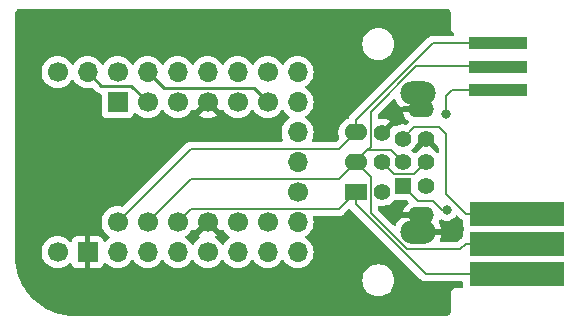
<source format=gbl>
G04 #@! TF.GenerationSoftware,KiCad,Pcbnew,7.0.2*
G04 #@! TF.CreationDate,2024-01-20T07:38:39+00:00*
G04 #@! TF.ProjectId,game-boy-zero-link-board,67616d65-2d62-46f7-992d-7a65726f2d6c,rev?*
G04 #@! TF.SameCoordinates,Original*
G04 #@! TF.FileFunction,Copper,L2,Bot*
G04 #@! TF.FilePolarity,Positive*
%FSLAX46Y46*%
G04 Gerber Fmt 4.6, Leading zero omitted, Abs format (unit mm)*
G04 Created by KiCad (PCBNEW 7.0.2) date 2024-01-20 07:38:39*
%MOMM*%
%LPD*%
G01*
G04 APERTURE LIST*
G04 #@! TA.AperFunction,ConnectorPad*
%ADD10R,8.000000X2.000000*%
G04 #@! TD*
G04 #@! TA.AperFunction,ConnectorPad*
%ADD11R,5.000000X1.000000*%
G04 #@! TD*
G04 #@! TA.AperFunction,ComponentPad*
%ADD12C,1.700000*%
G04 #@! TD*
G04 #@! TA.AperFunction,ComponentPad*
%ADD13O,1.700000X1.700000*%
G04 #@! TD*
G04 #@! TA.AperFunction,ComponentPad*
%ADD14R,1.700000X1.700000*%
G04 #@! TD*
G04 #@! TA.AperFunction,ComponentPad*
%ADD15R,1.940000X1.400000*%
G04 #@! TD*
G04 #@! TA.AperFunction,ComponentPad*
%ADD16R,1.400000X1.400000*%
G04 #@! TD*
G04 #@! TA.AperFunction,ComponentPad*
%ADD17C,1.400000*%
G04 #@! TD*
G04 #@! TA.AperFunction,ComponentPad*
%ADD18O,1.940000X1.400000*%
G04 #@! TD*
G04 #@! TA.AperFunction,ComponentPad*
%ADD19O,3.000000X2.000000*%
G04 #@! TD*
G04 #@! TA.AperFunction,ComponentPad*
%ADD20O,2.200000X1.400000*%
G04 #@! TD*
G04 #@! TA.AperFunction,ViaPad*
%ADD21C,0.800000*%
G04 #@! TD*
G04 #@! TA.AperFunction,Conductor*
%ADD22C,0.200000*%
G04 #@! TD*
G04 #@! TA.AperFunction,Conductor*
%ADD23C,0.250000*%
G04 #@! TD*
G04 APERTURE END LIST*
D10*
X111260000Y-105385000D03*
X111260000Y-102785000D03*
X111260000Y-100285000D03*
D11*
X109710000Y-89785000D03*
X109710000Y-87785000D03*
X109710000Y-85785000D03*
D12*
X72390000Y-88265000D03*
D13*
X74930000Y-88265000D03*
D12*
X77470000Y-88265000D03*
D13*
X80010000Y-88265000D03*
X82550000Y-88265000D03*
X85090000Y-88265000D03*
X87630000Y-88265000D03*
D12*
X90170000Y-88265000D03*
D13*
X92710000Y-88265000D03*
X92710000Y-90805000D03*
X92710000Y-93345000D03*
X92710000Y-95885000D03*
D12*
X92710000Y-98425000D03*
D13*
X92710000Y-100965000D03*
X92710000Y-103505000D03*
X90170000Y-103505000D03*
X87630000Y-103505000D03*
D12*
X85090000Y-103505000D03*
D13*
X82550000Y-103505000D03*
X80010000Y-103505000D03*
X77470000Y-103505000D03*
D14*
X74930000Y-103505000D03*
D12*
X72390000Y-103505000D03*
D14*
X77470000Y-90805000D03*
D12*
X80010000Y-90805000D03*
X82550000Y-90805000D03*
X85090000Y-90805000D03*
X87630000Y-90805000D03*
X90170000Y-90805000D03*
X77470000Y-100965000D03*
X80010000Y-100965000D03*
X82550000Y-100965000D03*
X85090000Y-100965000D03*
X87630000Y-100965000D03*
X90170000Y-100965000D03*
D15*
X97630000Y-98405000D03*
D16*
X101600000Y-97885000D03*
D17*
X99900000Y-98385000D03*
X103600000Y-97885000D03*
D18*
X97630000Y-95885000D03*
D17*
X101600000Y-95885000D03*
X99900000Y-95885000D03*
X103600000Y-95885000D03*
D18*
X97630000Y-93365000D03*
D17*
X101600000Y-93885000D03*
X99900000Y-93385000D03*
X103600000Y-93885000D03*
D19*
X102900000Y-90010000D03*
X102900000Y-101810000D03*
D20*
X103200000Y-91385000D03*
X103200000Y-100385000D03*
D21*
X105349500Y-99949000D03*
X105299500Y-91821000D03*
X98044000Y-101727000D03*
X97028000Y-100711000D03*
X106172000Y-100965000D03*
D22*
X82550000Y-100965000D02*
X83700000Y-99815000D01*
X105816471Y-89775000D02*
X108915000Y-89775000D01*
X105283000Y-91804500D02*
X105283000Y-90308471D01*
X104140000Y-99187000D02*
X102902000Y-99187000D01*
X103560837Y-105375000D02*
X97630000Y-99444163D01*
X105283000Y-90308471D02*
X105816471Y-89775000D01*
X102902000Y-99187000D02*
X101600000Y-97885000D01*
X105349500Y-99949000D02*
X104902000Y-99949000D01*
X105299500Y-91821000D02*
X105283000Y-91804500D01*
X96220000Y-99815000D02*
X97630000Y-98405000D01*
X110465000Y-105375000D02*
X103560837Y-105375000D01*
X97630000Y-99444163D02*
X97630000Y-98405000D01*
X83700000Y-99815000D02*
X96220000Y-99815000D01*
X104902000Y-99949000D02*
X104140000Y-99187000D01*
X98900000Y-100148478D02*
X102002522Y-103251000D01*
X106966000Y-102775000D02*
X110465000Y-102775000D01*
X98900000Y-97155000D02*
X98900000Y-100148478D01*
X98900000Y-91600000D02*
X102725000Y-87775000D01*
X98630000Y-94885000D02*
X100600000Y-94885000D01*
X98630000Y-94885000D02*
X98900000Y-94615000D01*
X97630000Y-95885000D02*
X98630000Y-94885000D01*
X100600000Y-94885000D02*
X101600000Y-95885000D01*
X106490000Y-103251000D02*
X106966000Y-102775000D01*
X97630000Y-95885000D02*
X98900000Y-97155000D01*
X80010000Y-100965000D02*
X83700000Y-97275000D01*
X96240000Y-97275000D02*
X97630000Y-95885000D01*
X102002522Y-103251000D02*
X106490000Y-103251000D01*
X102725000Y-87775000D02*
X108915000Y-87775000D01*
X98900000Y-94615000D02*
X98900000Y-91600000D01*
X83700000Y-97275000D02*
X96240000Y-97275000D01*
X103600000Y-95885000D02*
X102600000Y-96885000D01*
X100900000Y-96885000D02*
X99900000Y-95885000D01*
X102600000Y-96885000D02*
X100900000Y-96885000D01*
X102600000Y-92885000D02*
X104696000Y-92885000D01*
X108915000Y-85775000D02*
X104159314Y-85775000D01*
X77470000Y-100965000D02*
X83700000Y-94735000D01*
X97630000Y-92304314D02*
X97630000Y-93365000D01*
X83700000Y-94735000D02*
X96260000Y-94735000D01*
X105283000Y-98546527D02*
X107011473Y-100275000D01*
X104159314Y-85775000D02*
X97630000Y-92304314D01*
X107011473Y-100275000D02*
X110465000Y-100275000D01*
X104696000Y-92885000D02*
X105283000Y-93472000D01*
X96260000Y-94735000D02*
X97630000Y-93365000D01*
X105283000Y-93472000D02*
X105283000Y-98546527D01*
X101600000Y-93885000D02*
X102600000Y-92885000D01*
D23*
X76105000Y-89440000D02*
X74930000Y-88265000D01*
X78645000Y-89440000D02*
X76105000Y-89440000D01*
X80010000Y-90805000D02*
X78645000Y-89440000D01*
X88995000Y-89630000D02*
X90170000Y-90805000D01*
X80010000Y-88265000D02*
X81375000Y-89630000D01*
X81375000Y-89630000D02*
X88995000Y-89630000D01*
G04 #@! TA.AperFunction,Conductor*
G36*
X105313058Y-82886561D02*
G01*
X105348134Y-82891178D01*
X105392214Y-82896982D01*
X105423479Y-82905359D01*
X105489665Y-82932774D01*
X105517699Y-82948960D01*
X105574537Y-82992574D01*
X105597425Y-83015462D01*
X105641039Y-83072300D01*
X105657225Y-83100335D01*
X105684639Y-83166519D01*
X105693017Y-83197786D01*
X105703438Y-83276941D01*
X105704499Y-83293126D01*
X105704499Y-84487699D01*
X105704500Y-84487704D01*
X105704500Y-84606959D01*
X105712190Y-84633152D01*
X105715947Y-84650425D01*
X105719835Y-84677456D01*
X105731173Y-84702282D01*
X105737354Y-84718856D01*
X105745045Y-84745048D01*
X105745046Y-84745050D01*
X105745047Y-84745052D01*
X105759810Y-84768024D01*
X105768283Y-84783542D01*
X105779622Y-84808371D01*
X105797495Y-84828997D01*
X105808097Y-84843161D01*
X105822855Y-84866126D01*
X105843487Y-84884004D01*
X105855992Y-84896509D01*
X105873872Y-84917142D01*
X105896836Y-84931900D01*
X105911002Y-84942505D01*
X105927486Y-84956789D01*
X105965260Y-85015567D01*
X105965258Y-85085437D01*
X105927483Y-85144214D01*
X105863927Y-85173238D01*
X105846282Y-85174500D01*
X104206801Y-85174500D01*
X104190616Y-85173439D01*
X104186690Y-85172922D01*
X104159313Y-85169317D01*
X104124055Y-85173959D01*
X104119953Y-85174500D01*
X104061252Y-85182228D01*
X104002551Y-85189956D01*
X103856475Y-85250462D01*
X103806296Y-85288965D01*
X103731032Y-85346718D01*
X103731030Y-85346719D01*
X103731029Y-85346721D01*
X103711804Y-85371774D01*
X103701112Y-85383965D01*
X97238965Y-91846112D01*
X97226773Y-91856805D01*
X97201718Y-91876031D01*
X97177550Y-91907529D01*
X97105463Y-92001474D01*
X97040230Y-92158961D01*
X96996389Y-92213364D01*
X96959604Y-92230774D01*
X96924472Y-92240770D01*
X96725311Y-92339941D01*
X96547762Y-92474019D01*
X96397875Y-92638437D01*
X96280754Y-92827595D01*
X96243842Y-92922876D01*
X96200382Y-93035060D01*
X96159500Y-93253757D01*
X96159500Y-93476243D01*
X96180882Y-93590626D01*
X96200382Y-93694941D01*
X96241125Y-93800111D01*
X96246986Y-93869734D01*
X96214276Y-93931474D01*
X96213236Y-93932527D01*
X96047582Y-94098182D01*
X95986261Y-94131666D01*
X95959903Y-94134500D01*
X94026603Y-94134500D01*
X93959564Y-94114815D01*
X93913809Y-94062011D01*
X93903865Y-93992853D01*
X93914220Y-93958098D01*
X93983903Y-93808663D01*
X94045063Y-93580408D01*
X94065659Y-93345000D01*
X94045063Y-93109592D01*
X93983903Y-92881337D01*
X93884035Y-92667171D01*
X93748495Y-92473599D01*
X93581401Y-92306505D01*
X93395839Y-92176573D01*
X93352216Y-92121998D01*
X93345022Y-92052500D01*
X93376545Y-91990145D01*
X93395837Y-91973428D01*
X93581401Y-91843495D01*
X93748495Y-91676401D01*
X93884035Y-91482830D01*
X93983903Y-91268663D01*
X94045063Y-91040408D01*
X94065659Y-90805000D01*
X94045063Y-90569592D01*
X93983903Y-90341337D01*
X93884035Y-90127171D01*
X93748495Y-89933599D01*
X93581401Y-89766505D01*
X93395839Y-89636573D01*
X93352215Y-89581997D01*
X93345023Y-89512498D01*
X93376545Y-89450144D01*
X93395831Y-89433432D01*
X93581401Y-89303495D01*
X93748495Y-89136401D01*
X93884035Y-88942830D01*
X93983903Y-88728663D01*
X94045063Y-88500408D01*
X94065659Y-88265000D01*
X94045063Y-88029592D01*
X93983903Y-87801337D01*
X93884035Y-87587171D01*
X93748495Y-87393599D01*
X93581401Y-87226505D01*
X93387830Y-87090965D01*
X93173663Y-86991097D01*
X93112501Y-86974709D01*
X92945407Y-86929936D01*
X92710000Y-86909340D01*
X92474592Y-86929936D01*
X92246336Y-86991097D01*
X92032170Y-87090965D01*
X91838598Y-87226505D01*
X91671505Y-87393598D01*
X91541575Y-87579159D01*
X91486998Y-87622784D01*
X91417500Y-87629978D01*
X91355145Y-87598455D01*
X91338425Y-87579159D01*
X91208494Y-87393598D01*
X91041404Y-87226508D01*
X91041401Y-87226505D01*
X90847830Y-87090965D01*
X90633663Y-86991097D01*
X90572502Y-86974709D01*
X90405407Y-86929936D01*
X90169999Y-86909340D01*
X89934592Y-86929936D01*
X89706336Y-86991097D01*
X89492170Y-87090965D01*
X89298598Y-87226505D01*
X89131508Y-87393595D01*
X89001574Y-87579160D01*
X88946997Y-87622785D01*
X88877498Y-87629977D01*
X88815144Y-87598455D01*
X88798429Y-87579164D01*
X88668495Y-87393599D01*
X88501401Y-87226505D01*
X88307830Y-87090965D01*
X88093663Y-86991097D01*
X88032501Y-86974709D01*
X87865407Y-86929936D01*
X87629999Y-86909340D01*
X87394592Y-86929936D01*
X87166336Y-86991097D01*
X86952170Y-87090965D01*
X86758598Y-87226505D01*
X86591505Y-87393598D01*
X86461575Y-87579159D01*
X86406998Y-87622784D01*
X86337500Y-87629978D01*
X86275145Y-87598455D01*
X86258425Y-87579159D01*
X86128494Y-87393598D01*
X85961404Y-87226508D01*
X85961401Y-87226505D01*
X85767830Y-87090965D01*
X85553663Y-86991097D01*
X85492501Y-86974709D01*
X85325407Y-86929936D01*
X85090000Y-86909340D01*
X84854592Y-86929936D01*
X84626336Y-86991097D01*
X84412170Y-87090965D01*
X84218598Y-87226505D01*
X84051505Y-87393598D01*
X83921575Y-87579159D01*
X83866998Y-87622784D01*
X83797500Y-87629978D01*
X83735145Y-87598455D01*
X83718425Y-87579159D01*
X83588494Y-87393598D01*
X83421404Y-87226508D01*
X83421401Y-87226505D01*
X83227830Y-87090965D01*
X83013663Y-86991097D01*
X82952501Y-86974709D01*
X82785407Y-86929936D01*
X82549999Y-86909340D01*
X82314592Y-86929936D01*
X82086336Y-86991097D01*
X81872170Y-87090965D01*
X81678598Y-87226505D01*
X81511505Y-87393598D01*
X81381575Y-87579159D01*
X81326998Y-87622784D01*
X81257500Y-87629978D01*
X81195145Y-87598455D01*
X81178425Y-87579159D01*
X81048494Y-87393598D01*
X80881404Y-87226508D01*
X80881401Y-87226505D01*
X80687830Y-87090965D01*
X80473663Y-86991097D01*
X80412501Y-86974709D01*
X80245407Y-86929936D01*
X80010000Y-86909340D01*
X79774592Y-86929936D01*
X79546336Y-86991097D01*
X79332170Y-87090965D01*
X79138598Y-87226505D01*
X78971505Y-87393598D01*
X78841575Y-87579159D01*
X78786998Y-87622784D01*
X78717500Y-87629978D01*
X78655145Y-87598455D01*
X78638425Y-87579159D01*
X78508494Y-87393598D01*
X78341404Y-87226508D01*
X78341401Y-87226505D01*
X78147830Y-87090965D01*
X77933663Y-86991097D01*
X77872501Y-86974709D01*
X77705407Y-86929936D01*
X77469999Y-86909340D01*
X77234592Y-86929936D01*
X77006336Y-86991097D01*
X76792170Y-87090965D01*
X76598598Y-87226505D01*
X76431505Y-87393598D01*
X76301575Y-87579159D01*
X76246998Y-87622784D01*
X76177500Y-87629978D01*
X76115145Y-87598455D01*
X76098425Y-87579159D01*
X75968494Y-87393598D01*
X75801404Y-87226508D01*
X75801401Y-87226505D01*
X75607830Y-87090965D01*
X75393663Y-86991097D01*
X75332501Y-86974709D01*
X75165407Y-86929936D01*
X74930000Y-86909340D01*
X74694592Y-86929936D01*
X74466336Y-86991097D01*
X74252170Y-87090965D01*
X74058598Y-87226505D01*
X73891505Y-87393598D01*
X73761575Y-87579159D01*
X73706998Y-87622784D01*
X73637500Y-87629978D01*
X73575145Y-87598455D01*
X73558425Y-87579159D01*
X73428494Y-87393598D01*
X73261404Y-87226508D01*
X73261401Y-87226505D01*
X73067830Y-87090965D01*
X72853663Y-86991097D01*
X72792501Y-86974709D01*
X72625407Y-86929936D01*
X72390000Y-86909340D01*
X72154592Y-86929936D01*
X71926336Y-86991097D01*
X71712170Y-87090965D01*
X71518598Y-87226505D01*
X71351505Y-87393598D01*
X71215965Y-87587170D01*
X71116097Y-87801336D01*
X71054936Y-88029592D01*
X71034340Y-88264999D01*
X71054936Y-88500407D01*
X71093022Y-88642546D01*
X71116097Y-88728663D01*
X71215965Y-88942830D01*
X71351505Y-89136401D01*
X71518599Y-89303495D01*
X71712170Y-89439035D01*
X71926337Y-89538903D01*
X72154591Y-89600062D01*
X72154592Y-89600063D01*
X72389999Y-89620659D01*
X72389999Y-89620658D01*
X72390000Y-89620659D01*
X72625408Y-89600063D01*
X72853663Y-89538903D01*
X73067830Y-89439035D01*
X73261401Y-89303495D01*
X73428495Y-89136401D01*
X73558426Y-88950839D01*
X73613002Y-88907216D01*
X73682500Y-88900022D01*
X73744855Y-88931545D01*
X73761571Y-88950837D01*
X73891505Y-89136401D01*
X74058599Y-89303495D01*
X74252170Y-89439035D01*
X74466337Y-89538903D01*
X74694591Y-89600062D01*
X74694592Y-89600063D01*
X74930000Y-89620659D01*
X75165409Y-89600063D01*
X75197658Y-89591421D01*
X75265871Y-89573144D01*
X75335720Y-89574806D01*
X75385646Y-89605237D01*
X75604196Y-89823787D01*
X75617096Y-89839888D01*
X75668223Y-89887900D01*
X75671020Y-89890611D01*
X75690529Y-89910120D01*
X75693709Y-89912587D01*
X75702571Y-89920155D01*
X75734418Y-89950062D01*
X75751972Y-89959712D01*
X75768236Y-89970396D01*
X75779972Y-89979499D01*
X75784064Y-89982673D01*
X75808909Y-89993424D01*
X75824152Y-90000021D01*
X75834631Y-90005154D01*
X75872908Y-90026197D01*
X75892306Y-90031177D01*
X75910708Y-90037477D01*
X75929104Y-90045438D01*
X75972261Y-90052273D01*
X75983668Y-90054635D01*
X76025981Y-90065500D01*
X76025984Y-90065500D01*
X76026338Y-90065591D01*
X76086376Y-90101329D01*
X76117561Y-90163853D01*
X76119500Y-90185695D01*
X76119500Y-91699560D01*
X76119500Y-91699578D01*
X76119501Y-91702872D01*
X76119853Y-91706152D01*
X76119854Y-91706159D01*
X76125909Y-91762484D01*
X76143614Y-91809952D01*
X76176204Y-91897331D01*
X76262454Y-92012546D01*
X76377669Y-92098796D01*
X76512517Y-92149091D01*
X76572127Y-92155500D01*
X78367872Y-92155499D01*
X78427483Y-92149091D01*
X78562331Y-92098796D01*
X78677546Y-92012546D01*
X78763796Y-91897331D01*
X78812810Y-91765916D01*
X78854681Y-91709983D01*
X78920146Y-91685566D01*
X78988419Y-91700418D01*
X79016672Y-91721568D01*
X79138599Y-91843495D01*
X79332170Y-91979035D01*
X79546337Y-92078903D01*
X79774592Y-92140063D01*
X80010000Y-92160659D01*
X80245408Y-92140063D01*
X80473663Y-92078903D01*
X80687830Y-91979035D01*
X80881401Y-91843495D01*
X81048495Y-91676401D01*
X81178426Y-91490839D01*
X81233002Y-91447216D01*
X81302500Y-91440022D01*
X81364855Y-91471545D01*
X81381571Y-91490837D01*
X81511505Y-91676401D01*
X81678599Y-91843495D01*
X81872170Y-91979035D01*
X82086337Y-92078903D01*
X82312748Y-92139569D01*
X82314592Y-92140063D01*
X82549999Y-92160659D01*
X82549999Y-92160658D01*
X82550000Y-92160659D01*
X82785408Y-92140063D01*
X83013663Y-92078903D01*
X83227830Y-91979035D01*
X83421401Y-91843495D01*
X83588495Y-91676401D01*
X83718732Y-91490403D01*
X83773307Y-91446780D01*
X83842805Y-91439586D01*
X83905160Y-91471109D01*
X83921880Y-91490405D01*
X83975073Y-91566373D01*
X84606922Y-90934523D01*
X84630507Y-91014844D01*
X84708239Y-91135798D01*
X84816900Y-91229952D01*
X84947685Y-91289680D01*
X84957466Y-91291086D01*
X84328625Y-91919925D01*
X84412420Y-91978599D01*
X84626507Y-92078430D01*
X84854681Y-92139569D01*
X85090000Y-92160157D01*
X85325318Y-92139569D01*
X85553492Y-92078430D01*
X85767576Y-91978600D01*
X85851373Y-91919925D01*
X85222533Y-91291086D01*
X85232315Y-91289680D01*
X85363100Y-91229952D01*
X85471761Y-91135798D01*
X85549493Y-91014844D01*
X85573076Y-90934524D01*
X86204925Y-91566373D01*
X86258119Y-91490405D01*
X86312696Y-91446780D01*
X86382194Y-91439586D01*
X86444549Y-91471109D01*
X86461265Y-91490400D01*
X86591505Y-91676401D01*
X86758599Y-91843495D01*
X86952170Y-91979035D01*
X87166337Y-92078903D01*
X87392748Y-92139569D01*
X87394592Y-92140063D01*
X87629999Y-92160659D01*
X87629999Y-92160658D01*
X87630000Y-92160659D01*
X87865408Y-92140063D01*
X88093663Y-92078903D01*
X88307830Y-91979035D01*
X88501401Y-91843495D01*
X88668495Y-91676401D01*
X88798426Y-91490839D01*
X88853002Y-91447216D01*
X88922500Y-91440022D01*
X88984855Y-91471545D01*
X89001571Y-91490837D01*
X89131505Y-91676401D01*
X89298599Y-91843495D01*
X89492170Y-91979035D01*
X89706337Y-92078903D01*
X89932748Y-92139569D01*
X89934592Y-92140063D01*
X90169999Y-92160659D01*
X90169999Y-92160658D01*
X90170000Y-92160659D01*
X90405408Y-92140063D01*
X90633663Y-92078903D01*
X90847830Y-91979035D01*
X91041401Y-91843495D01*
X91208495Y-91676401D01*
X91338426Y-91490839D01*
X91393002Y-91447216D01*
X91462500Y-91440022D01*
X91524855Y-91471545D01*
X91541571Y-91490837D01*
X91671505Y-91676401D01*
X91838599Y-91843495D01*
X92024160Y-91973426D01*
X92067783Y-92028002D01*
X92074976Y-92097501D01*
X92043454Y-92159855D01*
X92024158Y-92176575D01*
X91847954Y-92299955D01*
X91838595Y-92306508D01*
X91671505Y-92473598D01*
X91535965Y-92667170D01*
X91436097Y-92881336D01*
X91374936Y-93109592D01*
X91354340Y-93344999D01*
X91374936Y-93580407D01*
X91411214Y-93715798D01*
X91436097Y-93808663D01*
X91505779Y-93958096D01*
X91516271Y-94027172D01*
X91487751Y-94090956D01*
X91429275Y-94129196D01*
X91393397Y-94134500D01*
X83747487Y-94134500D01*
X83731302Y-94133439D01*
X83727376Y-94132922D01*
X83699999Y-94129317D01*
X83543237Y-94149956D01*
X83397161Y-94210462D01*
X83363286Y-94236455D01*
X83307428Y-94279317D01*
X83295524Y-94288450D01*
X83271716Y-94306718D01*
X83252494Y-94331769D01*
X83241801Y-94343961D01*
X77953530Y-99632233D01*
X77892207Y-99665718D01*
X77833756Y-99664327D01*
X77705406Y-99629936D01*
X77469999Y-99609340D01*
X77234592Y-99629936D01*
X77006336Y-99691097D01*
X76792170Y-99790965D01*
X76598598Y-99926505D01*
X76431505Y-100093598D01*
X76295965Y-100287170D01*
X76196097Y-100501336D01*
X76134936Y-100729592D01*
X76114340Y-100964999D01*
X76134936Y-101200407D01*
X76160496Y-101295798D01*
X76196097Y-101428663D01*
X76295965Y-101642830D01*
X76431505Y-101836401D01*
X76598599Y-102003495D01*
X76784160Y-102133426D01*
X76827783Y-102188002D01*
X76834976Y-102257501D01*
X76803454Y-102319855D01*
X76784159Y-102336575D01*
X76598599Y-102466505D01*
X76476285Y-102588819D01*
X76414962Y-102622303D01*
X76345270Y-102617319D01*
X76289337Y-102575447D01*
X76272422Y-102544471D01*
X76223352Y-102412911D01*
X76137188Y-102297811D01*
X76022089Y-102211647D01*
X75887371Y-102161400D01*
X75831132Y-102155354D01*
X75824518Y-102155000D01*
X75180000Y-102155000D01*
X75180000Y-103058505D01*
X75075161Y-103010627D01*
X74966473Y-102995000D01*
X74893527Y-102995000D01*
X74784839Y-103010627D01*
X74680000Y-103058505D01*
X74680000Y-102155000D01*
X74035482Y-102155000D01*
X74028867Y-102155354D01*
X73972628Y-102161400D01*
X73837910Y-102211647D01*
X73722811Y-102297811D01*
X73636646Y-102412913D01*
X73587576Y-102544472D01*
X73545705Y-102600405D01*
X73480240Y-102624821D01*
X73411967Y-102609969D01*
X73383714Y-102588818D01*
X73261404Y-102466508D01*
X73261401Y-102466505D01*
X73067830Y-102330965D01*
X72853663Y-102231097D01*
X72784250Y-102212498D01*
X72625407Y-102169936D01*
X72390000Y-102149340D01*
X72154592Y-102169936D01*
X71926336Y-102231097D01*
X71712170Y-102330965D01*
X71518598Y-102466505D01*
X71351505Y-102633598D01*
X71215965Y-102827170D01*
X71116097Y-103041336D01*
X71054936Y-103269592D01*
X71034340Y-103504999D01*
X71054936Y-103740407D01*
X71084788Y-103851816D01*
X71116097Y-103968663D01*
X71215965Y-104182830D01*
X71351505Y-104376401D01*
X71518599Y-104543495D01*
X71712170Y-104679035D01*
X71926337Y-104778903D01*
X72154592Y-104840063D01*
X72390000Y-104860659D01*
X72625408Y-104840063D01*
X72853663Y-104778903D01*
X73067830Y-104679035D01*
X73261401Y-104543495D01*
X73383717Y-104421178D01*
X73445036Y-104387696D01*
X73514728Y-104392680D01*
X73570662Y-104434551D01*
X73587577Y-104465528D01*
X73636647Y-104597088D01*
X73722811Y-104712188D01*
X73837910Y-104798352D01*
X73972628Y-104848599D01*
X74028867Y-104854645D01*
X74035482Y-104855000D01*
X74680000Y-104855000D01*
X74680000Y-103951494D01*
X74784839Y-103999373D01*
X74893527Y-104015000D01*
X74966473Y-104015000D01*
X75075161Y-103999373D01*
X75180000Y-103951494D01*
X75180000Y-104855000D01*
X75824518Y-104855000D01*
X75831132Y-104854645D01*
X75887371Y-104848599D01*
X76022089Y-104798352D01*
X76137188Y-104712188D01*
X76223352Y-104597089D01*
X76272422Y-104465528D01*
X76314294Y-104409595D01*
X76379758Y-104385178D01*
X76448031Y-104400030D01*
X76476285Y-104421181D01*
X76598599Y-104543495D01*
X76792170Y-104679035D01*
X77006337Y-104778903D01*
X77234591Y-104840063D01*
X77234592Y-104840063D01*
X77469999Y-104860659D01*
X77469999Y-104860658D01*
X77470000Y-104860659D01*
X77705408Y-104840063D01*
X77933663Y-104778903D01*
X78147830Y-104679035D01*
X78341401Y-104543495D01*
X78508495Y-104376401D01*
X78638426Y-104190839D01*
X78693002Y-104147216D01*
X78762500Y-104140022D01*
X78824855Y-104171545D01*
X78841571Y-104190837D01*
X78971505Y-104376401D01*
X79138599Y-104543495D01*
X79332170Y-104679035D01*
X79546337Y-104778903D01*
X79774592Y-104840063D01*
X80010000Y-104860659D01*
X80245408Y-104840063D01*
X80473663Y-104778903D01*
X80687830Y-104679035D01*
X80881401Y-104543495D01*
X81048495Y-104376401D01*
X81178426Y-104190839D01*
X81233002Y-104147216D01*
X81302500Y-104140022D01*
X81364855Y-104171545D01*
X81381571Y-104190837D01*
X81511505Y-104376401D01*
X81678599Y-104543495D01*
X81872170Y-104679035D01*
X82086337Y-104778903D01*
X82314591Y-104840063D01*
X82314592Y-104840063D01*
X82549999Y-104860659D01*
X82549999Y-104860658D01*
X82550000Y-104860659D01*
X82785408Y-104840063D01*
X83013663Y-104778903D01*
X83227830Y-104679035D01*
X83421401Y-104543495D01*
X83588495Y-104376401D01*
X83718426Y-104190839D01*
X83773002Y-104147216D01*
X83842500Y-104140022D01*
X83904855Y-104171545D01*
X83921571Y-104190837D01*
X84051505Y-104376401D01*
X84218599Y-104543495D01*
X84412170Y-104679035D01*
X84626337Y-104778903D01*
X84854592Y-104840063D01*
X85090000Y-104860659D01*
X85325408Y-104840063D01*
X85553663Y-104778903D01*
X85767830Y-104679035D01*
X85961401Y-104543495D01*
X86128495Y-104376401D01*
X86258426Y-104190839D01*
X86313002Y-104147216D01*
X86382500Y-104140022D01*
X86444855Y-104171545D01*
X86461571Y-104190837D01*
X86591505Y-104376401D01*
X86758599Y-104543495D01*
X86952170Y-104679035D01*
X87166337Y-104778903D01*
X87394592Y-104840063D01*
X87629999Y-104860659D01*
X87629999Y-104860658D01*
X87630000Y-104860659D01*
X87865408Y-104840063D01*
X88093663Y-104778903D01*
X88307830Y-104679035D01*
X88501401Y-104543495D01*
X88668495Y-104376401D01*
X88798426Y-104190839D01*
X88853002Y-104147216D01*
X88922500Y-104140022D01*
X88984855Y-104171545D01*
X89001571Y-104190837D01*
X89131505Y-104376401D01*
X89298599Y-104543495D01*
X89492170Y-104679035D01*
X89706337Y-104778903D01*
X89934591Y-104840063D01*
X89934592Y-104840063D01*
X90169999Y-104860659D01*
X90169999Y-104860658D01*
X90170000Y-104860659D01*
X90405408Y-104840063D01*
X90633663Y-104778903D01*
X90847830Y-104679035D01*
X91041401Y-104543495D01*
X91208495Y-104376401D01*
X91338426Y-104190839D01*
X91393002Y-104147216D01*
X91462500Y-104140022D01*
X91524855Y-104171545D01*
X91541571Y-104190837D01*
X91671505Y-104376401D01*
X91838599Y-104543495D01*
X92032170Y-104679035D01*
X92246337Y-104778903D01*
X92474592Y-104840063D01*
X92710000Y-104860659D01*
X92945408Y-104840063D01*
X93173663Y-104778903D01*
X93387830Y-104679035D01*
X93581401Y-104543495D01*
X93748495Y-104376401D01*
X93884035Y-104182830D01*
X93983903Y-103968663D01*
X94045063Y-103740408D01*
X94065659Y-103505000D01*
X94045063Y-103269592D01*
X93983903Y-103041337D01*
X93884035Y-102827171D01*
X93748495Y-102633599D01*
X93581401Y-102466505D01*
X93395839Y-102336573D01*
X93352216Y-102281998D01*
X93345022Y-102212500D01*
X93376545Y-102150145D01*
X93395837Y-102133428D01*
X93581401Y-102003495D01*
X93748495Y-101836401D01*
X93884035Y-101642830D01*
X93983903Y-101428663D01*
X94045063Y-101200408D01*
X94065659Y-100965000D01*
X94045063Y-100729592D01*
X94036900Y-100699128D01*
X94002728Y-100571593D01*
X94004391Y-100501743D01*
X94043554Y-100443881D01*
X94107782Y-100416377D01*
X94122503Y-100415500D01*
X96172513Y-100415500D01*
X96188697Y-100416560D01*
X96220000Y-100420682D01*
X96376762Y-100400044D01*
X96522841Y-100339536D01*
X96551840Y-100317284D01*
X96648282Y-100243282D01*
X96667509Y-100218223D01*
X96678190Y-100206043D01*
X97019276Y-99864957D01*
X97080597Y-99831474D01*
X97150289Y-99836458D01*
X97187590Y-99864037D01*
X97188765Y-99862506D01*
X97226768Y-99891666D01*
X97238964Y-99902362D01*
X103102636Y-105766034D01*
X103113331Y-105778229D01*
X103132554Y-105803282D01*
X103239052Y-105885000D01*
X103257997Y-105899537D01*
X103331035Y-105929790D01*
X103404075Y-105960044D01*
X103529535Y-105976561D01*
X103560836Y-105980682D01*
X103560836Y-105980681D01*
X103560837Y-105980682D01*
X103592139Y-105976560D01*
X103608324Y-105975500D01*
X106635501Y-105975500D01*
X106702540Y-105995185D01*
X106748295Y-106047989D01*
X106759501Y-106099500D01*
X106759501Y-106410499D01*
X106739816Y-106477538D01*
X106687012Y-106523293D01*
X106635501Y-106534499D01*
X106133039Y-106534499D01*
X106106844Y-106542189D01*
X106089567Y-106545947D01*
X106062541Y-106549833D01*
X106037711Y-106561173D01*
X106021140Y-106567354D01*
X105994947Y-106575045D01*
X105971979Y-106589805D01*
X105956463Y-106598277D01*
X105931629Y-106609619D01*
X105910998Y-106627496D01*
X105896842Y-106638093D01*
X105873871Y-106652856D01*
X105855992Y-106673489D01*
X105843490Y-106685991D01*
X105822857Y-106703870D01*
X105808094Y-106726841D01*
X105797497Y-106740997D01*
X105779620Y-106761628D01*
X105768278Y-106786462D01*
X105759806Y-106801978D01*
X105745046Y-106824946D01*
X105737355Y-106851139D01*
X105731174Y-106867710D01*
X105719834Y-106892540D01*
X105715948Y-106919566D01*
X105712190Y-106936843D01*
X105704500Y-106963037D01*
X105704500Y-108476872D01*
X105703439Y-108493059D01*
X105693017Y-108572215D01*
X105684639Y-108603480D01*
X105657225Y-108669664D01*
X105641039Y-108697699D01*
X105597425Y-108754537D01*
X105574537Y-108777425D01*
X105517699Y-108821039D01*
X105489664Y-108837225D01*
X105423480Y-108864639D01*
X105392215Y-108873017D01*
X105329008Y-108881339D01*
X105313057Y-108883439D01*
X105296873Y-108884500D01*
X73812558Y-108884500D01*
X73807434Y-108884394D01*
X73402271Y-108867638D01*
X73392057Y-108866792D01*
X72992196Y-108816949D01*
X72982087Y-108815262D01*
X72587712Y-108732570D01*
X72577777Y-108730054D01*
X72191574Y-108615077D01*
X72181881Y-108611749D01*
X71806496Y-108465272D01*
X71797111Y-108461155D01*
X71435117Y-108284187D01*
X71426103Y-108279310D01*
X71079933Y-108073038D01*
X71071353Y-108067432D01*
X70743410Y-107833285D01*
X70735323Y-107826990D01*
X70427842Y-107566567D01*
X70420302Y-107559626D01*
X70135373Y-107274697D01*
X70128432Y-107267157D01*
X70089570Y-107221273D01*
X69868004Y-106959670D01*
X69861714Y-106951589D01*
X69841655Y-106923495D01*
X69627563Y-106623640D01*
X69621961Y-106615066D01*
X69618715Y-106609619D01*
X69415689Y-106268896D01*
X69410812Y-106259882D01*
X69233844Y-105897888D01*
X69229727Y-105888503D01*
X69228360Y-105884999D01*
X98194340Y-105884999D01*
X98214936Y-106120407D01*
X98252308Y-106259882D01*
X98276097Y-106348663D01*
X98375965Y-106562829D01*
X98511505Y-106756401D01*
X98678599Y-106923495D01*
X98872171Y-107059035D01*
X99086337Y-107158903D01*
X99314592Y-107220063D01*
X99491034Y-107235500D01*
X99493742Y-107235500D01*
X99606258Y-107235500D01*
X99608966Y-107235500D01*
X99785408Y-107220063D01*
X100013663Y-107158903D01*
X100227829Y-107059035D01*
X100421401Y-106923495D01*
X100588495Y-106756401D01*
X100724035Y-106562830D01*
X100823903Y-106348663D01*
X100885063Y-106120408D01*
X100905659Y-105885000D01*
X100885063Y-105649592D01*
X100823903Y-105421337D01*
X100724035Y-105207171D01*
X100588495Y-105013599D01*
X100421401Y-104846505D01*
X100227829Y-104710965D01*
X100013663Y-104611097D01*
X99961384Y-104597089D01*
X99785407Y-104549936D01*
X99611667Y-104534736D01*
X99611659Y-104534735D01*
X99608966Y-104534500D01*
X99491034Y-104534500D01*
X99488341Y-104534735D01*
X99488332Y-104534736D01*
X99314592Y-104549936D01*
X99086336Y-104611097D01*
X98872170Y-104710965D01*
X98678598Y-104846505D01*
X98511508Y-105013595D01*
X98511505Y-105013598D01*
X98511505Y-105013599D01*
X98438948Y-105117222D01*
X98375964Y-105207172D01*
X98276097Y-105421337D01*
X98214936Y-105649592D01*
X98194340Y-105884999D01*
X69228360Y-105884999D01*
X69083999Y-105515037D01*
X69083245Y-105513106D01*
X69079926Y-105503439D01*
X68964941Y-105117209D01*
X68962432Y-105107301D01*
X68879734Y-104712898D01*
X68878052Y-104702818D01*
X68828205Y-104302921D01*
X68827362Y-104292748D01*
X68810604Y-103887564D01*
X68810498Y-103882440D01*
X68810498Y-93554202D01*
X68810498Y-85885000D01*
X98194340Y-85885000D01*
X98214936Y-86120407D01*
X98271866Y-86332873D01*
X98276097Y-86348663D01*
X98375965Y-86562829D01*
X98511505Y-86756401D01*
X98678599Y-86923495D01*
X98872171Y-87059035D01*
X99086337Y-87158903D01*
X99314592Y-87220063D01*
X99491034Y-87235500D01*
X99493742Y-87235500D01*
X99606258Y-87235500D01*
X99608966Y-87235500D01*
X99785408Y-87220063D01*
X100013663Y-87158903D01*
X100227829Y-87059035D01*
X100421401Y-86923495D01*
X100588495Y-86756401D01*
X100724035Y-86562830D01*
X100823903Y-86348663D01*
X100885063Y-86120408D01*
X100905659Y-85885000D01*
X100885063Y-85649592D01*
X100823903Y-85421337D01*
X100724035Y-85207171D01*
X100588495Y-85013599D01*
X100421401Y-84846505D01*
X100227829Y-84710965D01*
X100013663Y-84611097D01*
X99785407Y-84549936D01*
X99611667Y-84534736D01*
X99611659Y-84534735D01*
X99608966Y-84534500D01*
X99491034Y-84534500D01*
X99488341Y-84534735D01*
X99488332Y-84534736D01*
X99314592Y-84549936D01*
X99086336Y-84611097D01*
X98872170Y-84710965D01*
X98678598Y-84846505D01*
X98511508Y-85013595D01*
X98511505Y-85013598D01*
X98511505Y-85013599D01*
X98388019Y-85189956D01*
X98375964Y-85207172D01*
X98276097Y-85421337D01*
X98214936Y-85649592D01*
X98194340Y-85885000D01*
X68810498Y-85885000D01*
X68810498Y-83293112D01*
X68811557Y-83276958D01*
X68821983Y-83197779D01*
X68830359Y-83166522D01*
X68857776Y-83100331D01*
X68873960Y-83072300D01*
X68917574Y-83015462D01*
X68940462Y-82992574D01*
X68997300Y-82948960D01*
X69025331Y-82932776D01*
X69091522Y-82905359D01*
X69122783Y-82896982D01*
X69178781Y-82889610D01*
X69201942Y-82886561D01*
X69218127Y-82885500D01*
X69275892Y-82885500D01*
X105239108Y-82885500D01*
X105296873Y-82885500D01*
X105313058Y-82886561D01*
G37*
G04 #@! TD.AperFunction*
G04 #@! TA.AperFunction,Conductor*
G36*
X84630507Y-101174844D02*
G01*
X84708239Y-101295798D01*
X84816900Y-101389952D01*
X84947685Y-101449680D01*
X84957466Y-101451086D01*
X84328625Y-102079925D01*
X84404594Y-102133119D01*
X84448219Y-102187696D01*
X84455413Y-102257194D01*
X84423890Y-102319549D01*
X84404595Y-102336269D01*
X84218595Y-102466508D01*
X84051505Y-102633598D01*
X83921575Y-102819159D01*
X83866998Y-102862784D01*
X83797500Y-102869978D01*
X83735145Y-102838455D01*
X83718425Y-102819159D01*
X83588494Y-102633598D01*
X83421401Y-102466505D01*
X83347283Y-102414607D01*
X83235839Y-102336573D01*
X83192216Y-102281998D01*
X83185022Y-102212500D01*
X83216545Y-102150145D01*
X83235837Y-102133428D01*
X83421401Y-102003495D01*
X83588495Y-101836401D01*
X83718732Y-101650403D01*
X83773307Y-101606780D01*
X83842805Y-101599586D01*
X83905160Y-101631109D01*
X83921880Y-101650405D01*
X83975073Y-101726373D01*
X84606922Y-101094523D01*
X84630507Y-101174844D01*
G37*
G04 #@! TD.AperFunction*
G04 #@! TA.AperFunction,Conductor*
G36*
X86204925Y-101726373D02*
G01*
X86258119Y-101650405D01*
X86312696Y-101606780D01*
X86382194Y-101599586D01*
X86444549Y-101631109D01*
X86461265Y-101650400D01*
X86591505Y-101836401D01*
X86758599Y-102003495D01*
X86944160Y-102133426D01*
X86987783Y-102188002D01*
X86994976Y-102257501D01*
X86963454Y-102319855D01*
X86944160Y-102336574D01*
X86835140Y-102412911D01*
X86758595Y-102466508D01*
X86591505Y-102633598D01*
X86461575Y-102819159D01*
X86406998Y-102862784D01*
X86337500Y-102869978D01*
X86275145Y-102838455D01*
X86258425Y-102819159D01*
X86128494Y-102633598D01*
X85961404Y-102466508D01*
X85961401Y-102466505D01*
X85775402Y-102336267D01*
X85731780Y-102281692D01*
X85724587Y-102212193D01*
X85756109Y-102149839D01*
X85775405Y-102133119D01*
X85851373Y-102079925D01*
X85222533Y-101451086D01*
X85232315Y-101449680D01*
X85363100Y-101389952D01*
X85471761Y-101295798D01*
X85549493Y-101174844D01*
X85573076Y-101094524D01*
X86204925Y-101726373D01*
G37*
G04 #@! TD.AperFunction*
G04 #@! TA.AperFunction,Conductor*
G36*
X101966941Y-99105184D02*
G01*
X101987583Y-99121818D01*
X102099316Y-99233551D01*
X102132801Y-99294874D01*
X102127817Y-99364566D01*
X102086363Y-99420186D01*
X101988098Y-99494392D01*
X101838278Y-99658737D01*
X101721202Y-99847821D01*
X101640864Y-100055199D01*
X101625948Y-100135000D01*
X102366314Y-100135000D01*
X102340507Y-100175156D01*
X102300000Y-100313111D01*
X102300000Y-100456889D01*
X102340507Y-100594844D01*
X102366314Y-100635000D01*
X101684000Y-100635000D01*
X101616961Y-100615315D01*
X101588491Y-100582458D01*
X101560000Y-100567040D01*
X101475517Y-100622235D01*
X101292634Y-100790592D01*
X101139947Y-100986764D01*
X101025114Y-101198958D01*
X100975894Y-101248548D01*
X100907678Y-101263656D01*
X100842122Y-101239486D01*
X100828378Y-101227621D01*
X99536819Y-99936062D01*
X99503334Y-99874739D01*
X99500500Y-99848381D01*
X99500500Y-99680942D01*
X99520185Y-99613903D01*
X99572989Y-99568148D01*
X99642147Y-99558204D01*
X99647230Y-99559043D01*
X99788757Y-99585500D01*
X99788761Y-99585500D01*
X100011241Y-99585500D01*
X100011243Y-99585500D01*
X100229940Y-99544618D01*
X100437401Y-99464247D01*
X100626562Y-99347124D01*
X100747222Y-99237128D01*
X100790979Y-99197238D01*
X100805872Y-99177517D01*
X100838149Y-99134773D01*
X100894259Y-99093137D01*
X100937105Y-99085499D01*
X101899902Y-99085499D01*
X101966941Y-99105184D01*
G37*
G04 #@! TD.AperFunction*
G04 #@! TA.AperFunction,Conductor*
G36*
X106290107Y-100404109D02*
G01*
X106301138Y-100413900D01*
X106553272Y-100666034D01*
X106563967Y-100678229D01*
X106580003Y-100699128D01*
X106583191Y-100703282D01*
X106622118Y-100733151D01*
X106622600Y-100733521D01*
X106710986Y-100801342D01*
X106752189Y-100857770D01*
X106759500Y-100899718D01*
X106759500Y-101329560D01*
X106759500Y-101329578D01*
X106759501Y-101332872D01*
X106759853Y-101336152D01*
X106759854Y-101336159D01*
X106765909Y-101392484D01*
X106802902Y-101491666D01*
X106807886Y-101561357D01*
X106802902Y-101578332D01*
X106765909Y-101677514D01*
X106765909Y-101677517D01*
X106759500Y-101737127D01*
X106759500Y-101740448D01*
X106759500Y-101740449D01*
X106759500Y-102127703D01*
X106739815Y-102194742D01*
X106687011Y-102240497D01*
X106682955Y-102242263D01*
X106663162Y-102250461D01*
X106622064Y-102281997D01*
X106537718Y-102346718D01*
X106537716Y-102346719D01*
X106537715Y-102346721D01*
X106518490Y-102371774D01*
X106507798Y-102383965D01*
X106277582Y-102614182D01*
X106216262Y-102647666D01*
X106189903Y-102650500D01*
X104858809Y-102650500D01*
X104791770Y-102630815D01*
X104746015Y-102578011D01*
X104736071Y-102508853D01*
X104749754Y-102467483D01*
X104778368Y-102414607D01*
X104859083Y-102179491D01*
X104879023Y-102060000D01*
X103945882Y-102060000D01*
X103984556Y-101966631D01*
X104005177Y-101810000D01*
X103984556Y-101653369D01*
X103945882Y-101560000D01*
X104879022Y-101560000D01*
X104879023Y-101559999D01*
X104859083Y-101440508D01*
X104778369Y-101205395D01*
X104683663Y-101030394D01*
X104669068Y-100962065D01*
X104677092Y-100926582D01*
X104726263Y-100799658D01*
X104768835Y-100744256D01*
X104834602Y-100720666D01*
X104892325Y-100731172D01*
X104896770Y-100733151D01*
X105069697Y-100810144D01*
X105069700Y-100810144D01*
X105069701Y-100810145D01*
X105254852Y-100849500D01*
X105254854Y-100849500D01*
X105444148Y-100849500D01*
X105580083Y-100820606D01*
X105629303Y-100810144D01*
X105802230Y-100733151D01*
X105819414Y-100720666D01*
X105955370Y-100621889D01*
X106004757Y-100567040D01*
X106082033Y-100481216D01*
X106106070Y-100439581D01*
X106156635Y-100391367D01*
X106225241Y-100378142D01*
X106290107Y-100404109D01*
G37*
G04 #@! TD.AperFunction*
G04 #@! TA.AperFunction,Conductor*
G36*
X103140507Y-94094844D02*
G01*
X103218239Y-94215798D01*
X103326900Y-94309952D01*
X103457685Y-94369680D01*
X103467466Y-94371086D01*
X102994525Y-94844026D01*
X102972123Y-94861771D01*
X102873437Y-94922876D01*
X102709019Y-95072762D01*
X102698954Y-95086092D01*
X102642845Y-95127728D01*
X102573133Y-95132419D01*
X102511951Y-95098677D01*
X102501046Y-95086092D01*
X102499032Y-95083425D01*
X102490981Y-95072764D01*
X102385531Y-94976633D01*
X102349253Y-94916926D01*
X102351013Y-94847079D01*
X102385531Y-94793366D01*
X102490981Y-94697236D01*
X102625058Y-94519689D01*
X102629235Y-94511300D01*
X102652553Y-94478892D01*
X103116922Y-94014522D01*
X103140507Y-94094844D01*
G37*
G04 #@! TD.AperFunction*
G04 #@! TA.AperFunction,Conductor*
G36*
X104646181Y-94577628D02*
G01*
X104679666Y-94638951D01*
X104682500Y-94665309D01*
X104682500Y-94966523D01*
X104662815Y-95033562D01*
X104610011Y-95079317D01*
X104540853Y-95089261D01*
X104477297Y-95060236D01*
X104474962Y-95058160D01*
X104326564Y-94922877D01*
X104227876Y-94861772D01*
X104205473Y-94844026D01*
X103732534Y-94371086D01*
X103742315Y-94369680D01*
X103873100Y-94309952D01*
X103981761Y-94215798D01*
X104059493Y-94094844D01*
X104083076Y-94014523D01*
X104646181Y-94577628D01*
G37*
G04 #@! TD.AperFunction*
G04 #@! TA.AperFunction,Conductor*
G36*
X100938835Y-90512911D02*
G01*
X100994768Y-90554783D01*
X101012782Y-90588830D01*
X101021631Y-90614606D01*
X101139946Y-90833233D01*
X101292631Y-91029403D01*
X101475526Y-91197770D01*
X101559999Y-91252958D01*
X101562109Y-91251816D01*
X101579685Y-91191961D01*
X101632489Y-91146206D01*
X101684000Y-91135000D01*
X102366314Y-91135000D01*
X102340507Y-91175156D01*
X102300000Y-91313111D01*
X102300000Y-91456889D01*
X102340507Y-91594844D01*
X102366314Y-91635000D01*
X101625948Y-91635000D01*
X101640864Y-91714800D01*
X101721202Y-91922178D01*
X101838278Y-92111262D01*
X101988102Y-92275611D01*
X102086361Y-92349812D01*
X102127998Y-92405920D01*
X102132690Y-92475632D01*
X102099316Y-92536447D01*
X101959680Y-92676083D01*
X101898357Y-92709568D01*
X101849215Y-92710291D01*
X101796250Y-92700390D01*
X101711243Y-92684500D01*
X101488757Y-92684500D01*
X101379408Y-92704941D01*
X101270058Y-92725382D01*
X101075381Y-92800800D01*
X101005758Y-92806662D01*
X100944018Y-92773952D01*
X100932919Y-92758715D01*
X100931557Y-92759745D01*
X100908860Y-92729690D01*
X100383076Y-93255474D01*
X100359493Y-93175156D01*
X100281761Y-93054202D01*
X100173100Y-92960048D01*
X100042315Y-92900320D01*
X100032533Y-92898913D01*
X100553327Y-92378119D01*
X100437179Y-92306202D01*
X100229801Y-92225864D01*
X100011194Y-92185000D01*
X99788805Y-92185000D01*
X99647283Y-92211454D01*
X99577768Y-92204422D01*
X99523090Y-92160925D01*
X99500608Y-92094771D01*
X99500499Y-92089565D01*
X99500499Y-91900096D01*
X99520184Y-91833057D01*
X99536813Y-91812420D01*
X100807825Y-90541409D01*
X100869143Y-90507927D01*
X100938835Y-90512911D01*
G37*
G04 #@! TD.AperFunction*
M02*

</source>
